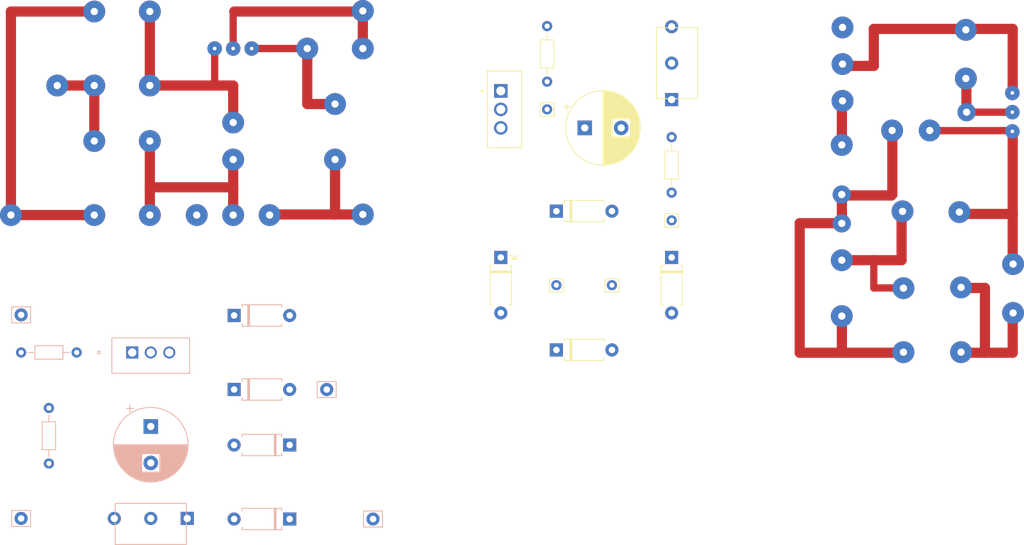
<source format=kicad_pcb>
(kicad_pcb (version 20221018) (generator pcbnew)
  (layers (0 "F.Cu" signal) (31 "B.Cu" signal) (34 "B.Paste" user) (35 "F.Paste" user) (36 "B.SilkS" user "B.Silkscreen") (37 "F.SilkS" user "F.Silkscreen") (38 "B.Mask" user) (39 "F.Mask" user) (44 "Edge.Cuts" user))
  (net 0 "")
  (footprint "" (layer "F.Cu") (at 34.29 17.78)
    (fp_text reference "" (at 0 0) (layer "F.SilkS") (effects (font (size 1.27 1.27))))
    (fp_text value "" (at 0 0) (layer "F.SilkS") (effects (font (size 1.27 1.27))))
    (pad "" thru_hole circle (at 0 0) (size 3 3) (drill 1) (layers "*.Cu" "*.Mask"))
  )
  (footprint "" (layer "F.Cu") (at 152.6794 59.1566)
    (fp_text reference "" (at 0 0) (layer "F.SilkS") (effects (font (size 1.27 1.27))))
    (fp_text value "" (at 0 0) (layer "F.SilkS") (effects (font (size 1.27 1.27))))
    (pad "" thru_hole circle (at 0 0) (size 3 3) (drill 1) (layers "*.Cu" "*.Mask"))
  )
  (footprint "" (layer "F.Cu") (at 129.1844 51.9176)
    (fp_text reference "" (at 0 0) (layer "F.SilkS") (effects (font (size 1.27 1.27))))
    (fp_text value "" (at 0 0) (layer "F.SilkS") (effects (font (size 1.27 1.27))))
    (pad "" thru_hole circle (at 0 0) (size 3 3) (drill 1) (layers "*.Cu" "*.Mask"))
  )
  (footprint "" (layer "F.Cu") (at 129.1844 36.0934)
    (fp_text reference "" (at 0 0) (layer "F.SilkS") (effects (font (size 1.27 1.27))))
    (fp_text value "" (at 0 0) (layer "F.SilkS") (effects (font (size 1.27 1.27))))
    (pad "" thru_hole circle (at 0 0) (size 3 3) (drill 1) (layers "*.Cu" "*.Mask"))
  )
  (footprint "" (layer "F.Cu") (at 45.72 22.86)
    (fp_text reference "" (at 0 0) (layer "F.SilkS") (effects (font (size 1.27 1.27))))
    (fp_text value "" (at 0 0) (layer "F.SilkS") (effects (font (size 1.27 1.27))))
    (pad "" thru_hole circle (at 0 0) (size 2 2) (drill 0.5) (layers "*.Cu" "*.Mask"))
  )
  (footprint "" (layer "F.Cu") (at 48.26 22.86)
    (fp_text reference "" (at 0 0) (layer "F.SilkS") (effects (font (size 1.27 1.27))))
    (fp_text value "" (at 0 0) (layer "F.SilkS") (effects (font (size 1.27 1.27))))
    (pad "" thru_hole circle (at 0 0) (size 2 2) (drill 0.5) (layers "*.Cu" "*.Mask"))
  )
  (footprint "" (layer "F.Cu") (at 145.542 64.5414)
    (fp_text reference "" (at 0 0) (layer "F.SilkS") (effects (font (size 1.27 1.27))))
    (fp_text value "" (at 0 0) (layer "F.SilkS") (effects (font (size 1.27 1.27))))
    (pad "" thru_hole circle (at 0 0) (size 3 3) (drill 1) (layers "*.Cu" "*.Mask"))
  )
  (footprint "" (layer "F.Cu") (at 152.5778 28.956)
    (fp_text reference "" (at 0 0) (layer "F.SilkS") (effects (font (size 1.27 1.27))))
    (fp_text value "" (at 0 0) (layer "F.SilkS") (effects (font (size 1.27 1.27))))
    (pad "" thru_hole circle (at 0 0) (size 2 2) (drill 0.5) (layers "*.Cu" "*.Mask"))
  )
  (footprint "Connector_Pin:Pin_D0.7mm_L6.5mm_W1.8mm_FlatFork" (layer "F.Cu") (at 105.8505 46.4566 90)
    (fp_text reference "REF**" hide)
    (fp_text value "Pin_D0.7mm_L6.5mm_W1.8mm_FlatFork" hide)
    (pad "1" thru_hole circle (at 0 0 90) (size 1.4 1.4) (drill 0.7) (layers "*.Cu" "*.Mask"))
  )
  (footprint "" (layer "F.Cu") (at 129.1844 59.5884)
    (fp_text reference "" (at 0 0) (layer "F.SilkS") (effects (font (size 1.27 1.27))))
    (fp_text value "" (at 0 0) (layer "F.SilkS") (effects (font (size 1.27 1.27))))
    (pad "" thru_hole circle (at 0 0) (size 3 3) (drill 1) (layers "*.Cu" "*.Mask"))
  )
  (footprint "" (layer "F.Cu") (at 152.5778 34.2392)
    (fp_text reference "" (at 0 0) (layer "F.SilkS") (effects (font (size 1.27 1.27))))
    (fp_text value "" (at 0 0) (layer "F.SilkS") (effects (font (size 1.27 1.27))))
    (pad "" thru_hole circle (at 0 0) (size 2 2) (drill 0.5) (layers "*.Cu" "*.Mask"))
  )
  (footprint "" (layer "F.Cu") (at 63.5 45.64)
    (fp_text reference "" (at 0 0) (layer "F.SilkS") (effects (font (size 1.27 1.27))))
    (fp_text value "" (at 0 0) (layer "F.SilkS") (effects (font (size 1.27 1.27))))
    (pad "" thru_hole circle (at 0 0) (size 3 3) (drill 1) (layers "*.Cu" "*.Mask"))
  )
  (footprint "Diode_THT:D_A-405_P7.62mm_Horizontal" (layer "F.Cu") (at 82.423 51.5366 -90)
    (fp_text reference "REF**" hide)
    (fp_text value "D_A-405_P7.62mm_Horizontal" hide)
    (fp_text user "K" (at 0 -1.9 -270) (layer "F.SilkS"))
    (pad "1" thru_hole rect (at 0 0 270) (size 1.8 1.8) (drill 0.9) (layers "*.Cu" "*.Mask"))
    (pad "2" thru_hole oval (at 7.62 0 270) (size 1.8 1.8) (drill 0.9) (layers "*.Cu" "*.Mask"))
  )
  (footprint "Diode_THT:D_A-405_P7.62mm_Horizontal" (layer "F.Cu") (at 90.043 45.1866)
    (fp_text reference "REF**" hide)
    (fp_text value "D_A-405_P7.62mm_Horizontal" hide)
    (pad "1" thru_hole rect (at 0 0) (size 1.8 1.8) (drill 0.9) (layers "*.Cu" "*.Mask"))
    (pad "2" thru_hole oval (at 7.62 0) (size 1.8 1.8) (drill 0.9) (layers "*.Cu" "*.Mask"))
  )
  (footprint "" (layer "F.Cu") (at 45.72 45.72)
    (fp_text reference "" (at 0 0) (layer "F.SilkS") (effects (font (size 1.27 1.27))))
    (fp_text value "" (at 0 0) (layer "F.SilkS") (effects (font (size 1.27 1.27))))
    (pad "" thru_hole circle (at 0 0) (size 3 3) (drill 1) (layers "*.Cu" "*.Mask"))
  )
  (footprint "" (layer "F.Cu") (at 63.5 22.86)
    (fp_text reference "" (at 0 0) (layer "F.SilkS") (effects (font (size 1.27 1.27))))
    (fp_text value "" (at 0 0) (layer "F.SilkS") (effects (font (size 1.27 1.27))))
    (pad "" thru_hole circle (at 0 0) (size 3 3) (drill 1) (layers "*.Cu" "*.Mask"))
  )
  (footprint "" (layer "F.Cu") (at 129.286 30.0482)
    (fp_text reference "" (at 0 0) (layer "F.SilkS") (effects (font (size 1.27 1.27))))
    (fp_text value "" (at 0 0) (layer "F.SilkS") (effects (font (size 1.27 1.27))))
    (pad "" thru_hole circle (at 0 0) (size 3 3) (drill 1) (layers "*.Cu" "*.Mask"))
  )
  (footprint "" (layer "F.Cu") (at 50.8 45.72)
    (fp_text reference "" (at 0 0) (layer "F.SilkS") (effects (font (size 1.27 1.27))))
    (fp_text value "" (at 0 0) (layer "F.SilkS") (effects (font (size 1.27 1.27))))
    (pad "" thru_hole circle (at -0.08 0) (size 3 3) (drill 1) (layers "*.Cu" "*.Mask"))
  )
  (footprint "" (layer "F.Cu") (at 152.6794 52.451)
    (fp_text reference "" (at 0 0) (layer "F.SilkS") (effects (font (size 1.27 1.27))))
    (fp_text value "" (at 0 0) (layer "F.SilkS") (effects (font (size 1.27 1.27))))
    (pad "" thru_hole circle (at 0 0) (size 3 3) (drill 1) (layers "*.Cu" "*.Mask"))
  )
  (footprint "" (layer "F.Cu") (at 145.3134 45.3136)
    (fp_text reference "" (at 0 0) (layer "F.SilkS") (effects (font (size 1.27 1.27))))
    (fp_text value "" (at 0 0) (layer "F.SilkS") (effects (font (size 1.27 1.27))))
    (pad "" thru_hole circle (at 0 0) (size 3 3) (drill 1) (layers "*.Cu" "*.Mask"))
  )
  (footprint "Resistor_THT:R_Axial_DIN0204_L3.6mm_D1.6mm_P7.62mm_Horizontal" (layer "F.Cu") (at 105.8505 35.0266 -90)
    (fp_text reference "REF**" hide)
    (fp_text value "R_Axial_DIN0204_L3.6mm_D1.6mm_P7.62mm_Horizontal" hide)
    (pad "1" thru_hole circle (at 0 0 270) (size 1.4 1.4) (drill 0.7) (layers "*.Cu" "*.Mask"))
    (pad "2" thru_hole oval (at 7.62 0 270) (size 1.4 1.4) (drill 0.7) (layers "*.Cu" "*.Mask"))
  )
  (footprint "" (layer "F.Cu") (at 141.2494 34.1122)
    (fp_text reference "" (at 0 0) (layer "F.SilkS") (effects (font (size 1.27 1.27))))
    (fp_text value "" (at 0 0) (layer "F.SilkS") (effects (font (size 1.27 1.27))))
    (pad "" thru_hole circle (at 0 0) (size 3 3) (drill 1) (layers "*.Cu" "*.Mask"))
  )
  (footprint "" (layer "F.Cu") (at 146.2024 26.9748)
    (fp_text reference "" (at 0 0) (layer "F.SilkS") (effects (font (size 1.27 1.27))))
    (fp_text value "" (at 0 0) (layer "F.SilkS") (effects (font (size 1.27 1.27))))
    (pad "" thru_hole circle (at 0 0) (size 3 3) (drill 1) (layers "*.Cu" "*.Mask"))
  )
  (footprint "" (layer "F.Cu") (at 146.304 31.5976)
    (fp_text reference "" (at 0 0) (layer "F.SilkS") (effects (font (size 1.27 1.27))))
    (fp_text value "" (at 0 0) (layer "F.SilkS") (effects (font (size 1.27 1.27))))
    (pad "" thru_hole circle (at 0 0) (size 2.5 2.5) (drill 1) (layers "*.Cu" "*.Mask"))
  )
  (footprint "" (layer "F.Cu") (at 59.69 30.48)
    (fp_text reference "" (at 0 0) (layer "F.SilkS") (effects (font (size 1.27 1.27))))
    (fp_text value "" (at 0 0) (layer "F.SilkS") (effects (font (size 1.27 1.27))))
    (pad "" thru_hole circle (at 0 0) (size 3 3) (drill 1) (layers "*.Cu" "*.Mask"))
  )
  (footprint "Connector_Pin:Pin_D0.7mm_L6.5mm_W1.8mm_FlatFork" (layer "F.Cu") (at 97.663 55.3466 90)
    (fp_text reference "REF**" hide)
    (fp_text value "Pin_D0.7mm_L6.5mm_W1.8mm_FlatFork" hide)
    (pad "1" thru_hole circle (at 0 0 90) (size 1.4 1.4) (drill 0.7) (layers "*.Cu" "*.Mask"))
  )
  (footprint "" (layer "F.Cu") (at 34.29 45.72)
    (fp_text reference "" (at 0 0) (layer "F.SilkS") (effects (font (size 1.27 1.27))))
    (fp_text value "" (at 0 0) (layer "F.SilkS") (effects (font (size 1.27 1.27))))
    (pad "" thru_hole circle (at 0 0) (size 3 3) (drill 1) (layers "*.Cu" "*.Mask"))
  )
  (footprint "" (layer "F.Cu") (at 34.29 27.94)
    (fp_text reference "" (at 0 0) (layer "F.SilkS") (effects (font (size 1.27 1.27))))
    (fp_text value "" (at 0 0) (layer "F.SilkS") (effects (font (size 1.27 1.27))))
    (pad "" thru_hole circle (at 0 0) (size 3 3) (drill 1) (layers "*.Cu" "*.Mask"))
  )
  (footprint "" (layer "F.Cu") (at 145.542 55.6514)
    (fp_text reference "" (at 0 0) (layer "F.SilkS") (effects (font (size 1.27 1.27))))
    (fp_text value "" (at 0 0) (layer "F.SilkS") (effects (font (size 1.27 1.27))))
    (pad "" thru_hole circle (at 0 0) (size 3 3) (drill 1) (layers "*.Cu" "*.Mask"))
  )
  (footprint "" (layer "F.Cu") (at 129.1844 42.9006)
    (fp_text reference "" (at 0 0) (layer "F.SilkS") (effects (font (size 1.27 1.27))))
    (fp_text value "" (at 0 0) (layer "F.SilkS") (effects (font (size 1.27 1.27))))
    (pad "" thru_hole circle (at 0 0) (size 2.5 2.5) (drill 1) (layers "*.Cu" "*.Mask"))
  )
  (footprint "Resistor_THT:R_Axial_DIN0204_L3.6mm_D1.6mm_P7.62mm_Horizontal" (layer "F.Cu") (at 88.773 19.7866 -90)
    (fp_text reference "REF**" hide)
    (fp_text value "R_Axial_DIN0204_L3.6mm_D1.6mm_P7.62mm_Horizontal" hide)
    (pad "1" thru_hole circle (at 0 0 270) (size 1.4 1.4) (drill 0.7) (layers "*.Cu" "*.Mask"))
    (pad "2" thru_hole oval (at 7.62 0 270) (size 1.4 1.4) (drill 0.7) (layers "*.Cu" "*.Mask"))
  )
  (footprint "Potentiometer_THT:Potentiometer_Alps_RK09Y11_Single_Horizontal" (layer "F.Cu") (at 105.8505 27.3666 180)
    (fp_text reference "REF**" hide)
    (fp_text value "Potentiometer_Alps_RK09Y11_Single_Horizontal" hide)
    (pad "1" thru_hole rect (at 0 -2.5) (size 1.8 1.8) (drill 1) (layers "*.Cu" "*.Mask"))
    (pad "2" thru_hole circle (at 0 2.5) (size 1.8 1.8) (drill 1) (layers "*.Cu" "*.Mask"))
    (pad "3" thru_hole circle (at 0 7.5) (size 1.8 1.8) (drill 1) (layers "*.Cu" "*.Mask"))
  )
  (footprint "" (layer "F.Cu") (at 26.67 17.78)
    (fp_text reference "" (at 0 0) (layer "F.SilkS") (effects (font (size 1.27 1.27))))
    (fp_text value "" (at 0 0) (layer "F.SilkS") (effects (font (size 1.27 1.27))))
    (pad "" thru_hole circle (at 0 0) (size 3 3) (drill 1) (layers "*.Cu" "*.Mask"))
  )
  (footprint "Connector_Pin:Pin_D0.7mm_L6.5mm_W1.8mm_FlatFork" (layer "F.Cu") (at 88.773 31.2166 90)
    (fp_text reference "REF**" hide)
    (fp_text value "Pin_D0.7mm_L6.5mm_W1.8mm_FlatFork" hide)
    (pad "1" thru_hole circle (at 0 0 90) (size 1.4 1.4) (drill 0.7) (layers "*.Cu" "*.Mask"))
  )
  (footprint "" (layer "F.Cu") (at 137.6426 55.753)
    (fp_text reference "" (at 0 0) (layer "F.SilkS") (effects (font (size 1.27 1.27))))
    (fp_text value "" (at 0 0) (layer "F.SilkS") (effects (font (size 1.27 1.27))))
    (pad "" thru_hole circle (at 0 0) (size 3 3) (drill 1) (layers "*.Cu" "*.Mask"))
  )
  (footprint "LM317T:TO254P1054X470X1955-3" (layer "F.Cu") (at 82.423 31.2166 -90)
    (fp_text reference "REF**" hide)
    (fp_text value "TO254P1054X470X1955-3" hide)
    (pad "1" thru_hole rect (at -2.54 0 270) (size 1.86 1.86) (drill 1.24) (layers "*.Cu" "*.Mask"))
    (pad "2" thru_hole circle (at 0 0 270) (size 1.86 1.86) (drill 1.24) (layers "*.Cu" "*.Mask"))
    (pad "3" thru_hole circle (at 2.54 0 270) (size 1.86 1.86) (drill 1.24) (layers "*.Cu" "*.Mask"))
  )
  (footprint "" (layer "F.Cu") (at 26.67 35.56)
    (fp_text reference "" (at 0 0) (layer "F.SilkS") (effects (font (size 1.27 1.27))))
    (fp_text value "" (at 0 0) (layer "F.SilkS") (effects (font (size 1.27 1.27))))
    (pad "" thru_hole circle (at 0 0) (size 3 3) (drill 1) (layers "*.Cu" "*.Mask"))
  )
  (footprint "" (layer "F.Cu") (at 136.0932 34.1122)
    (fp_text reference "" (at 0 0) (layer "F.SilkS") (effects (font (size 1.27 1.27))))
    (fp_text value "" (at 0 0) (layer "F.SilkS") (effects (font (size 1.27 1.27))))
    (pad "" thru_hole circle (at 0 0) (size 3 3) (drill 1) (layers "*.Cu" "*.Mask"))
  )
  (footprint "" (layer "F.Cu") (at 34.29 35.56)
    (fp_text reference "" (at 0 0) (layer "F.SilkS") (effects (font (size 1.27 1.27))))
    (fp_text value "" (at 0 0) (layer "F.SilkS") (effects (font (size 1.27 1.27))))
    (pad "" thru_hole circle (at 0 0) (size 3 3) (drill 1) (layers "*.Cu" "*.Mask"))
  )
  (footprint "" (layer "F.Cu") (at 50.8 45.72)
    (fp_text reference "" (at 0 0) (layer "F.SilkS") (effects (font (size 1.27 1.27))))
    (fp_text value "" (at 0 0) (layer "F.SilkS") (effects (font (size 1.27 1.27))))
    (pad "" thru_hole circle (at 0 0) (size 2 2) (drill 0.5) (layers "*.Cu" "*.Mask"))
  )
  (footprint "" (layer "F.Cu") (at 129.1844 46.863)
    (fp_text reference "" (at 0 0) (layer "F.SilkS") (effects (font (size 1.27 1.27))))
    (fp_text value "" (at 0 0) (layer "F.SilkS") (effects (font (size 1.27 1.27))))
    (pad "" thru_hole circle (at 0 0) (size 2.5 2.5) (drill 1) (layers "*.Cu" "*.Mask"))
  )
  (footprint "Diode_THT:D_A-405_P7.62mm_Horizontal" (layer "F.Cu") (at 105.8505 51.5366 -90)
    (fp_text reference "REF**" hide)
    (fp_text value "D_A-405_P7.62mm_Horizontal" hide)
    (pad "1" thru_hole rect (at 0 0 270) (size 1.8 1.8) (drill 0.9) (layers "*.Cu" "*.Mask"))
    (pad "2" thru_hole oval (at 7.62 0 270) (size 1.8 1.8) (drill 0.9) (layers "*.Cu" "*.Mask"))
  )
  (footprint "" (layer "F.Cu") (at 152.5778 31.5976)
    (fp_text reference "" (at 0 0) (layer "F.SilkS") (effects (font (size 1.27 1.27))))
    (fp_text value "" (at 0 0) (layer "F.SilkS") (effects (font (size 1.27 1.27))))
    (pad "" thru_hole circle (at 0 0) (size 2 2) (drill 0.5) (layers "*.Cu" "*.Mask"))
  )
  (footprint "" (layer "F.Cu") (at 63.5 17.7)
    (fp_text reference "" (at 0 0) (layer "F.SilkS") (effects (font (size 1.27 1.27))))
    (fp_text value "" (at 0 0) (layer "F.SilkS") (effects (font (size 1.27 1.27))))
    (pad "" thru_hole circle (at 0 0) (size 3 3) (drill 1) (layers "*.Cu" "*.Mask"))
  )
  (footprint "" (layer "F.Cu") (at 45.72 38.1)
    (fp_text reference "" (at 0 0) (layer "F.SilkS") (effects (font (size 1.27 1.27))))
    (fp_text value "" (at 0 0) (layer "F.SilkS") (effects (font (size 1.27 1.27))))
    (pad "" thru_hole circle (at 0 0) (size 3 3) (drill 1) (layers "*.Cu" "*.Mask"))
  )
  (footprint "" (layer "F.Cu") (at 15.24 45.72)
    (fp_text reference "" (at 0 0) (layer "F.SilkS") (effects (font (size 1.27 1.27))))
    (fp_text value "" (at 0 0) (layer "F.SilkS") (effects (font (size 1.27 1.27))))
    (pad "" thru_hole circle (at 0 0) (size 3 3) (drill 1) (layers "*.Cu" "*.Mask"))
  )
  (footprint "" (layer "F.Cu") (at 59.69 38.1)
    (fp_text reference "" (at 0 0) (layer "F.SilkS") (effects (font (size 1.27 1.27))))
    (fp_text value "" (at 0 0) (layer "F.SilkS") (effects (font (size 1.27 1.27))))
    (pad "" thru_hole circle (at 0 0) (size 3 3) (drill 1) (layers "*.Cu" "*.Mask"))
  )
  (footprint "" (layer "F.Cu") (at 26.67 45.72)
    (fp_text reference "" (at 0 0) (layer "F.SilkS") (effects (font (size 1.27 1.27))))
    (fp_text value "" (at 0 0) (layer "F.SilkS") (effects (font (size 1.27 1.27))))
    (pad "" thru_hole circle (at 0 0) (size 3 3) (drill 1) (layers "*.Cu" "*.Mask"))
  )
  (footprint "" (layer "F.Cu") (at 45.72 33.02)
    (fp_text reference "" (at 0 0) (layer "F.SilkS") (effects (font (size 1.27 1.27))))
    (fp_text value "" (at 0 0) (layer "F.SilkS") (effects (font (size 1.27 1.27))))
    (pad "" thru_hole circle (at 0 0) (size 3 3) (drill 1) (layers "*.Cu" "*.Mask"))
  )
  (footprint "" (layer "F.Cu") (at 40.64 45.72)
    (fp_text reference "" (at 0 0) (layer "F.SilkS") (effects (font (size 1.27 1.27))))
    (fp_text value "" (at 0 0) (layer "F.SilkS") (effects (font (size 1.27 1.27))))
    (pad "" thru_hole circle (at 0.08 0) (size 3 3) (drill 1) (layers "*.Cu" "*.Mask"))
  )
  (footprint "" (layer "F.Cu") (at 129.286 24.9936)
    (fp_text reference "" (at 0 0) (layer "F.SilkS") (effects (font (size 1.27 1.27))))
    (fp_text value "" (at 0 0) (layer "F.SilkS") (effects (font (size 1.27 1.27))))
    (pad "" thru_hole circle (at 0 0) (size 3 3) (drill 1) (layers "*.Cu" "*.Mask"))
  )
  (footprint "Diode_THT:D_A-405_P7.62mm_Horizontal" (layer "F.Cu") (at 90.043 64.2366)
    (fp_text reference "REF**" hide)
    (fp_text value "D_A-405_P7.62mm_Horizontal" hide)
    (pad "1" thru_hole rect (at 0 0) (size 1.8 1.8) (drill 0.9) (layers "*.Cu" "*.Mask"))
    (pad "2" thru_hole oval (at 7.62 0) (size 1.8 1.8) (drill 0.9) (layers "*.Cu" "*.Mask"))
  )
  (footprint "" (layer "F.Cu") (at 137.5156 45.212)
    (fp_text reference "" (at 0 0) (layer "F.SilkS") (effects (font (size 1.27 1.27))))
    (fp_text value "" (at 0 0) (layer "F.SilkS") (effects (font (size 1.27 1.27))))
    (pad "" thru_hole circle (at 0 0) (size 3 3) (drill 1) (layers "*.Cu" "*.Mask"))
  )
  (footprint "" (layer "F.Cu") (at 43.18 22.86)
    (fp_text reference "" (at 0 0) (layer "F.SilkS") (effects (font (size 1.27 1.27))))
    (fp_text value "" (at 0 0) (layer "F.SilkS") (effects (font (size 1.27 1.27))))
    (pad "" thru_hole circle (at 0 0) (size 2 2) (drill 0.5) (layers "*.Cu" "*.Mask"))
  )
  (footprint "" (layer "F.Cu") (at 21.59 27.94)
    (fp_text reference "" (at 0 0) (layer "F.SilkS") (effects (font (size 1.27 1.27))))
    (fp_text value "" (at 0 0) (layer "F.SilkS") (effects (font (size 1.27 1.27))))
    (pad "" thru_hole circle (at 0 0) (size 3 3) (drill 1) (layers "*.Cu" "*.Mask"))
  )
  (footprint "" (layer "F.Cu") (at 26.67 27.94)
    (fp_text reference "" (at 0 0) (layer "F.SilkS") (effects (font (size 1.27 1.27))))
    (fp_text value "" (at 0 0) (layer "F.SilkS") (effects (font (size 1.27 1.27))))
    (pad "" thru_hole circle (at 0 0) (size 3 3) (drill 1) (layers "*.Cu" "*.Mask"))
  )
  (footprint "Capacitor_THT:CP_Radial_D10.0mm_P5.00mm" (layer "F.Cu") (at 93.933 33.7566)
    (fp_text reference "REF**" hide)
    (fp_text value "CP_Radial_D10.0mm_P5.00mm" hide)
    (pad "1" thru_hole rect (at 0 0) (size 2 2) (drill 1) (layers "*.Cu" "*.Mask"))
    (pad "2" thru_hole circle (at 5 0) (size 2 2) (drill 1) (layers "*.Cu" "*.Mask"))
  )
  (footprint "" (layer "F.Cu") (at 40.64 45.72)
    (fp_text reference "" (at 0 0) (layer "F.SilkS") (effects (font (size 1.27 1.27))))
    (fp_text value "" (at 0 0) (layer "F.SilkS") (effects (font (size 1.27 1.27))))
    (pad "" thru_hole circle (at 0 0) (size 2 2) (drill 0.5) (layers "*.Cu" "*.Mask"))
  )
  (footprint "" (layer "F.Cu") (at 146.2024 20.2946)
    (fp_text reference "" (at 0 0) (layer "F.SilkS") (effects (font (size 1.27 1.27))))
    (fp_text value "" (at 0 0) (layer "F.SilkS") (effects (font (size 1.27 1.27))))
    (pad "" thru_hole circle (at 0 0) (size 3 3) (drill 1) (layers "*.Cu" "*.Mask"))
  )
  (footprint "" (layer "F.Cu") (at 55.88 22.86)
    (fp_text reference "" (at 0 0) (layer "F.SilkS") (effects (font (size 1.27 1.27))))
    (fp_text value "" (at 0 0) (layer "F.SilkS") (effects (font (size 1.27 1.27))))
    (pad "" thru_hole circle (at 0 0) (size 3 3) (drill 1) (layers "*.Cu" "*.Mask"))
  )
  (footprint "" (layer "F.Cu") (at 129.286 19.9644)
    (fp_text reference "" (at 0 0) (layer "F.SilkS") (effects (font (size 1.27 1.27))))
    (fp_text value "" (at 0 0) (layer "F.SilkS") (effects (font (size 1.27 1.27))))
    (pad "" thru_hole circle (at 0 0) (size 3 3) (drill 1) (layers "*.Cu" "*.Mask"))
  )
  (footprint "Connector_Pin:Pin_D0.7mm_L6.5mm_W1.8mm_FlatFork" (layer "F.Cu") (at 90.043 55.3466 90)
    (fp_text reference "REF**" hide)
    (fp_text value "Pin_D0.7mm_L6.5mm_W1.8mm_FlatFork" hide)
    (pad "1" thru_hole circle (at 0 0 90) (size 1.4 1.4) (drill 0.7) (layers "*.Cu" "*.Mask"))
  )
  (footprint "" (layer "F.Cu") (at 137.6426 64.5414)
    (fp_text reference "" (at 0 0) (layer "F.SilkS") (effects (font (size 1.27 1.27))))
    (fp_text value "" (at 0 0) (layer "F.SilkS") (effects (font (size 1.27 1.27))))
    (pad "" thru_hole circle (at 0 0) (size 3 3) (drill 1) (layers "*.Cu" "*.Mask"))
  )
  (footprint "Connector_Pin:Pin_D0.9mm_L10.0mm_W2.4mm_FlatFork" (layer "B.Cu") (at 16.637 87.366723 180)
    (fp_text reference "REF**" hide)
    (fp_text value "Pin_D0.9mm_L10.0mm_W2.4mm_FlatFork" hide)
    (pad "1" thru_hole circle (at 0 0 180) (size 1.8 1.8) (drill 0.9) (layers "*.Cu" "*.Mask"))
  )
  (footprint "Diode_THT:D_A-405_P7.62mm_Horizontal" (layer "B.Cu") (at 53.467 87.446723 180)
    (fp_text reference "REF**" hide)
    (fp_text value "D_A-405_P7.62mm_Horizontal" hide)
    (pad "1" thru_hole rect (at 0 0 180) (size 1.8 1.8) (drill 0.9) (layers "*.Cu" "*.Mask"))
    (pad "2" thru_hole oval (at 7.62 0 180) (size 1.8 1.8) (drill 0.9) (layers "*.Cu" "*.Mask"))
  )
  (footprint "Connector_Pin:Pin_D0.9mm_L10.0mm_W2.4mm_FlatFork" (layer "B.Cu") (at 58.547 69.666723 180)
    (fp_text reference "REF**" hide)
    (fp_text value "Pin_D0.9mm_L10.0mm_W2.4mm_FlatFork" hide)
    (pad "1" thru_hole circle (at 0 0 180) (size 1.8 1.8) (drill 0.9) (layers "*.Cu" "*.Mask"))
  )
  (footprint "Connector_Pin:Pin_D0.9mm_L10.0mm_W2.4mm_FlatFork" (layer "B.Cu") (at 64.897 87.446723 180)
    (fp_text reference "REF**" hide)
    (fp_text value "Pin_D0.9mm_L10.0mm_W2.4mm_FlatFork" hide)
    (pad "1" thru_hole circle (at 0 0 180) (size 1.8 1.8) (drill 0.9) (layers "*.Cu" "*.Mask"))
  )
  (footprint "Diode_THT:D_A-405_P7.62mm_Horizontal" (layer "B.Cu") (at 45.847 69.666723)
    (fp_text reference "REF**" hide)
    (fp_text value "D_A-405_P7.62mm_Horizontal" hide)
    (pad "1" thru_hole rect (at 0 0) (size 1.8 1.8) (drill 0.9) (layers "*.Cu" "*.Mask"))
    (pad "2" thru_hole oval (at 7.62 0) (size 1.8 1.8) (drill 0.9) (layers "*.Cu" "*.Mask"))
  )
  (footprint "Potentiometer_THT:Potentiometer_Alps_RK09Y11_Single_Horizontal" (layer "B.Cu") (at 36.917 87.366723 90)
    (fp_text reference "REF**" hide)
    (fp_text value "Potentiometer_Alps_RK09Y11_Single_Horizontal" hide)
    (pad "1" thru_hole rect (at 0 2.5 270) (size 1.8 1.8) (drill 1) (layers "*.Cu" "*.Mask"))
    (pad "2" thru_hole circle (at 0 -2.5 270) (size 1.8 1.8) (drill 1) (layers "*.Cu" "*.Mask"))
    (pad "3" thru_hole circle (at 0 -7.5 270) (size 1.8 1.8) (drill 1) (layers "*.Cu" "*.Mask"))
  )
  (footprint "Diode_THT:D_A-405_P7.62mm_Horizontal" (layer "B.Cu") (at 53.467 77.286723 180)
    (fp_text reference "REF**" hide)
    (fp_text value "D_A-405_P7.62mm_Horizontal" hide)
    (pad "1" thru_hole rect (at 0 0 180) (size 1.8 1.8) (drill 0.9) (layers "*.Cu" "*.Mask"))
    (pad "2" thru_hole oval (at 7.62 0 180) (size 1.8 1.8) (drill 0.9) (layers "*.Cu" "*.Mask"))
  )
  (footprint "Resistor_THT:R_Axial_DIN0204_L3.6mm_D1.6mm_P7.62mm_Horizontal" (layer "B.Cu") (at 20.447 79.826723 90)
    (fp_text reference "REF**" hide)
    (fp_text value "R_Axial_DIN0204_L3.6mm_D1.6mm_P7.62mm_Horizontal" hide)
    (pad "1" thru_hole circle (at 0 0 90) (size 1.4 1.4) (drill 0.7) (layers "*.Cu" "*.Mask"))
    (pad "2" thru_hole oval (at 7.62 0 90) (size 1.4 1.4) (drill 0.7) (layers "*.Cu" "*.Mask"))
  )
  (footprint "footprints:LM317T" (layer "B.Cu") (at 31.877 64.586723)
    (fp_text reference "REF**" hide)
    (fp_text value "TO-220_STM" hide)
    (fp_text user "*" (at 0 0) (layer "B.SilkS") (effects (justify mirror)))
    (pad "1" thru_hole rect (at 0 0) (size 1.651 1.651) (drill 1.143) (layers "*.Cu" "*.Mask"))
    (pad "2" thru_hole circle (at 2.54 0) (size 1.651 1.651) (drill 1.143) (layers "*.Cu" "*.Mask"))
    (pad "3" thru_hole circle (at 5.08 0) (size 1.651 1.651) (drill 1.143) (layers "*.Cu" "*.Mask"))
  )
  (footprint "Capacitor_THT:CP_Radial_D10.0mm_P5.00mm" (layer "B.Cu") (at 34.417 74.746723 -90)
    (fp_text reference "REF**" hide)
    (fp_text value "CP_Radial_D10.0mm_P5.00mm" hide)
    (pad "1" thru_hole rect (at 0 0 270) (size 2 2) (drill 1) (layers "*.Cu" "*.Mask"))
    (pad "2" thru_hole circle (at 5 0 270) (size 2 2) (drill 1) (layers "*.Cu" "*.Mask"))
  )
  (footprint "Diode_THT:D_A-405_P7.62mm_Horizontal" (layer "B.Cu") (at 45.847 59.506723)
    (fp_text reference "REF**" hide)
    (fp_text value "D_A-405_P7.62mm_Horizontal" hide)
    (pad "1" thru_hole rect (at 0 0) (size 1.8 1.8) (drill 0.9) (layers "*.Cu" "*.Mask"))
    (pad "2" thru_hole oval (at 7.62 0) (size 1.8 1.8) (drill 0.9) (layers "*.Cu" "*.Mask"))
  )
  (footprint "Resistor_THT:R_Axial_DIN0204_L3.6mm_D1.6mm_P7.62mm_Horizontal" (layer "B.Cu") (at 16.637 64.586723)
    (fp_text reference "REF**" hide)
    (fp_text value "R_Axial_DIN0204_L3.6mm_D1.6mm_P7.62mm_Horizontal" hide)
    (pad "1" thru_hole circle (at 0 0) (size 1.4 1.4) (drill 0.7) (layers "*.Cu" "*.Mask"))
    (pad "2" thru_hole oval (at 7.62 0) (size 1.4 1.4) (drill 0.7) (layers "*.Cu" "*.Mask"))
  )
  (footprint "Connector_Pin:Pin_D0.9mm_L10.0mm_W2.4mm_FlatFork" (layer "B.Cu") (at 16.637 59.426723 180)
    (fp_text reference "REF**" hide)
    (fp_text value "Pin_D0.9mm_L10.0mm_W2.4mm_FlatFork" hide)
    (pad "1" thru_hole circle (at 0 0 180) (size 1.8 1.8) (drill 0.9) (layers "*.Cu" "*.Mask"))
  )
  (segment (start 55.88 30.48) (end 55.88 22.86) (width 1.4) (layer "F.Cu") (net 0))
  (segment (start 133.5786 51.9176) (end 129.2011 51.9176) (width 1.4) (layer "F.Cu") (net 0))
  (segment (start 45.72 27.94) (end 45.72 33.02) (width 1.4) (layer "F.Cu") (net 0))
  (segment (start 34.29 27.94) (end 34.29 17.78) (width 1.4) (layer "F.Cu") (net 0))
  (segment (start 45.72 17.78) (end 45.72 22.86) (width 1) (layer "F.Cu") (net 0))
  (segment (start 129.2011 43.0276) (end 129.2011 46.8376) (width 1.4) (layer "F.Cu") (net 0))
  (segment (start 63.5 22.86) (end 63.5 17.7) (width 1.4) (layer "F.Cu") (net 0))
  (segment (start 152.6286 45.5676) (end 152.6286 34.1376) (width 1.4) (layer "F.Cu") (net 0))
  (segment (start 129.2011 30.2476) (end 129.2011 35.4076) (width 1.4) (layer "F.Cu") (net 0))
  (segment (start 152.6286 20.1676) (end 133.5786 20.1676) (width 1.4) (layer "F.Cu") (net 0))
  (segment (start 133.5786 20.1676) (end 133.5786 25.2476) (width 1.4) (layer "F.Cu") (net 0))
  (segment (start 152.6286 31.5976) (end 146.2786 31.5976) (width 1) (layer "F.Cu") (net 0))
  (segment (start 43.18 22.86) (end 43.18 27.94) (width 1) (layer "F.Cu") (net 0))
  (segment (start 63.42 17.78) (end 45.87 17.78) (width 1.4) (layer "F.Cu") (net 0))
  (segment (start 45.72 41.91) (end 45.72 45.64) (width 1.4) (layer "F.Cu") (net 0))
  (segment (start 136.1186 34.1376) (end 136.1186 42.9006) (width 1.4) (layer "F.Cu") (net 0))
  (segment (start 152.6286 34.1376) (end 141.1186 34.1376) (width 1) (layer "F.Cu") (net 0))
  (segment (start 34.29 45.72) (end 34.29 35.56) (width 1.4) (layer "F.Cu") (net 0))
  (segment (start 148.8186 64.6176) (end 148.8186 55.7276) (width 1.4) (layer "F.Cu") (net 0))
  (segment (start 137.3886 51.9176) (end 133.5786 51.9176) (width 1.4) (layer "F.Cu") (net 0))
  (segment (start 63.5 45.64) (end 50.72 45.64) (width 1.4) (layer "F.Cu") (net 0))
  (segment (start 152.6286 29.0576) (end 152.6286 20.1676) (width 1.4) (layer "F.Cu") (net 0))
  (segment (start 45.72 41.91) (end 34.29 41.91) (width 1.4) (layer "F.Cu") (net 0))
  (segment (start 34.29 27.94) (end 45.72 27.94) (width 1.4) (layer "F.Cu") (net 0))
  (segment (start 59.69 38.1) (end 59.69 45.64) (width 1.4) (layer "F.Cu") (net 0))
  (segment (start 26.67 27.94) (end 21.59 27.94) (width 1.4) (layer "F.Cu") (net 0))
  (segment (start 152.6286 64.6176) (end 152.6286 59.5376) (width 1.4) (layer "F.Cu") (net 0))
  (segment (start 15.24 45.72) (end 26.67 45.72) (width 1.4) (layer "F.Cu") (net 0))
  (segment (start 135.9916 43.0276) (end 129.2011 43.0276) (width 1.4) (layer "F.Cu") (net 0))
  (segment (start 133.5786 25.2476) (end 129.2011 25.2476) (width 1.4) (layer "F.Cu") (net 0))
  (segment (start 123.4186 46.8376) (end 129.2011 46.8376) (width 1.4) (layer "F.Cu") (net 0))
  (segment (start 45.72 38.02) (end 45.72 41.91) (width 1.4) (layer "F.Cu") (net 0))
  (segment (start 146.2786 31.5976) (end 146.2786 27.7876) (width 1.4) (layer "F.Cu") (net 0))
  (segment (start 137.3886 45.5676) (end 137.3886 51.9176) (width 1.4) (layer "F.Cu") (net 0))
  (segment (start 145.0086 45.5676) (end 152.6286 45.5676) (width 1.4) (layer "F.Cu") (net 0))
  (segment (start 133.5786 51.9176) (end 133.5786 55.7276) (width 1) (layer "F.Cu") (net 0))
  (segment (start 48.26 22.86) (end 55.88 22.86) (width 1) (layer "F.Cu") (net 0))
  (segment (start 148.8186 55.7276) (end 145.0086 55.7276) (width 1.4) (layer "F.Cu") (net 0))
  (segment (start 26.67 17.78) (end 15.24 17.78) (width 1.4) (layer "F.Cu") (net 0))
  (segment (start 15.24 17.78) (end 15.24 45.72) (width 1.4) (layer "F.Cu") (net 0))
  (segment (start 123.4186 64.6176) (end 128.4986 64.6176) (width 1.4) (layer "F.Cu") (net 0))
  (segment (start 59.69 30.48) (end 55.88 30.48) (width 1.4) (layer "F.Cu") (net 0))
  (segment (start 128.4986 64.6176) (end 137.3886 64.6176) (width 1.4) (layer "F.Cu") (net 0))
  (segment (start 123.4186 46.8376) (end 123.4186 64.6176) (width 1.4) (layer "F.Cu") (net 0))
  (segment (start 26.67 35.56) (end 26.67 27.94) (width 1.4) (layer "F.Cu") (net 0))
  (segment (start 63.5 17.7) (end 63.42 17.78) (width 1.4) (layer "F.Cu") (net 0))
  (segment (start 136.1186 42.9006) (end 135.9916 43.0276) (width 1.4) (layer "F.Cu") (net 0))
  (segment (start 133.5786 55.7276) (end 137.3886 55.7276) (width 1) (layer "F.Cu") (net 0))
  (segment (start 129.2011 60.2401) (end 129.2011 64.6176) (width 1.4) (layer "F.Cu") (net 0))
  (segment (start 148.8186 64.6176) (end 152.6286 64.6176) (width 1.4) (layer "F.Cu") (net 0))
  (segment (start 145.0086 64.6176) (end 148.8186 64.6176) (width 1.4) (layer "F.Cu") (net 0))
  (segment (start 152.6286 51.9176) (end 152.6286 45.5676) (width 1.4) (layer "F.Cu") (net 0))
)
</source>
